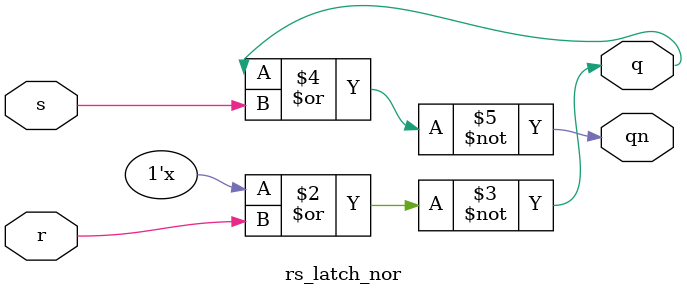
<source format=v>

module rs_latch_nor (s,r,q,qn);

input s,r;
output reg q,qn;

always @ (*)

    begin

        q  = ~(qn|r);
        qn = ~(q|s);

    end

endmodule





</source>
